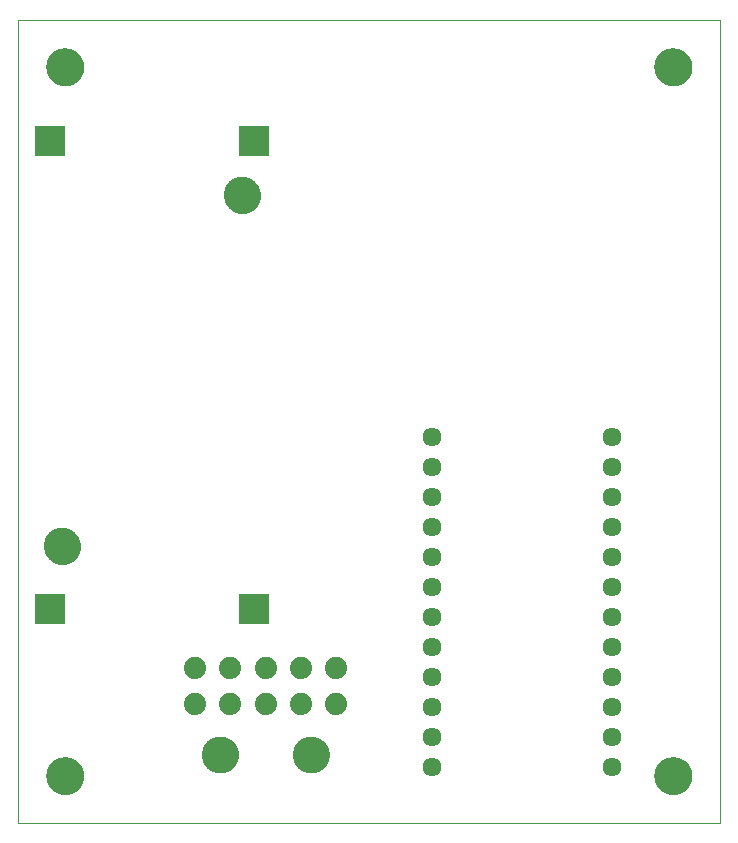
<source format=gbs>
G75*
%MOIN*%
%OFA0B0*%
%FSLAX25Y25*%
%IPPOS*%
%LPD*%
%AMOC8*
5,1,8,0,0,1.08239X$1,22.5*
%
%ADD10C,0.00000*%
%ADD11C,0.12605*%
%ADD12C,0.07400*%
%ADD13C,0.12211*%
%ADD14R,0.10243X0.10243*%
%ADD15C,0.06337*%
D10*
X0001500Y0001500D02*
X0001500Y0269217D01*
X0235752Y0269217D01*
X0235752Y0001500D01*
X0001500Y0001500D01*
X0011146Y0017248D02*
X0011148Y0017404D01*
X0011154Y0017560D01*
X0011164Y0017715D01*
X0011178Y0017870D01*
X0011196Y0018025D01*
X0011218Y0018179D01*
X0011243Y0018333D01*
X0011273Y0018486D01*
X0011307Y0018638D01*
X0011344Y0018790D01*
X0011385Y0018940D01*
X0011430Y0019089D01*
X0011479Y0019237D01*
X0011532Y0019384D01*
X0011588Y0019529D01*
X0011648Y0019673D01*
X0011712Y0019815D01*
X0011780Y0019956D01*
X0011851Y0020094D01*
X0011925Y0020231D01*
X0012003Y0020366D01*
X0012084Y0020499D01*
X0012169Y0020630D01*
X0012257Y0020759D01*
X0012348Y0020885D01*
X0012443Y0021009D01*
X0012540Y0021130D01*
X0012641Y0021249D01*
X0012745Y0021366D01*
X0012851Y0021479D01*
X0012961Y0021590D01*
X0013073Y0021698D01*
X0013188Y0021803D01*
X0013306Y0021906D01*
X0013426Y0022005D01*
X0013549Y0022101D01*
X0013674Y0022194D01*
X0013801Y0022283D01*
X0013931Y0022370D01*
X0014063Y0022453D01*
X0014197Y0022532D01*
X0014333Y0022609D01*
X0014471Y0022681D01*
X0014610Y0022751D01*
X0014752Y0022816D01*
X0014895Y0022878D01*
X0015039Y0022936D01*
X0015185Y0022991D01*
X0015333Y0023042D01*
X0015481Y0023089D01*
X0015631Y0023132D01*
X0015782Y0023171D01*
X0015934Y0023207D01*
X0016086Y0023238D01*
X0016240Y0023266D01*
X0016394Y0023290D01*
X0016548Y0023310D01*
X0016703Y0023326D01*
X0016859Y0023338D01*
X0017014Y0023346D01*
X0017170Y0023350D01*
X0017326Y0023350D01*
X0017482Y0023346D01*
X0017637Y0023338D01*
X0017793Y0023326D01*
X0017948Y0023310D01*
X0018102Y0023290D01*
X0018256Y0023266D01*
X0018410Y0023238D01*
X0018562Y0023207D01*
X0018714Y0023171D01*
X0018865Y0023132D01*
X0019015Y0023089D01*
X0019163Y0023042D01*
X0019311Y0022991D01*
X0019457Y0022936D01*
X0019601Y0022878D01*
X0019744Y0022816D01*
X0019886Y0022751D01*
X0020025Y0022681D01*
X0020163Y0022609D01*
X0020299Y0022532D01*
X0020433Y0022453D01*
X0020565Y0022370D01*
X0020695Y0022283D01*
X0020822Y0022194D01*
X0020947Y0022101D01*
X0021070Y0022005D01*
X0021190Y0021906D01*
X0021308Y0021803D01*
X0021423Y0021698D01*
X0021535Y0021590D01*
X0021645Y0021479D01*
X0021751Y0021366D01*
X0021855Y0021249D01*
X0021956Y0021130D01*
X0022053Y0021009D01*
X0022148Y0020885D01*
X0022239Y0020759D01*
X0022327Y0020630D01*
X0022412Y0020499D01*
X0022493Y0020366D01*
X0022571Y0020231D01*
X0022645Y0020094D01*
X0022716Y0019956D01*
X0022784Y0019815D01*
X0022848Y0019673D01*
X0022908Y0019529D01*
X0022964Y0019384D01*
X0023017Y0019237D01*
X0023066Y0019089D01*
X0023111Y0018940D01*
X0023152Y0018790D01*
X0023189Y0018638D01*
X0023223Y0018486D01*
X0023253Y0018333D01*
X0023278Y0018179D01*
X0023300Y0018025D01*
X0023318Y0017870D01*
X0023332Y0017715D01*
X0023342Y0017560D01*
X0023348Y0017404D01*
X0023350Y0017248D01*
X0023348Y0017092D01*
X0023342Y0016936D01*
X0023332Y0016781D01*
X0023318Y0016626D01*
X0023300Y0016471D01*
X0023278Y0016317D01*
X0023253Y0016163D01*
X0023223Y0016010D01*
X0023189Y0015858D01*
X0023152Y0015706D01*
X0023111Y0015556D01*
X0023066Y0015407D01*
X0023017Y0015259D01*
X0022964Y0015112D01*
X0022908Y0014967D01*
X0022848Y0014823D01*
X0022784Y0014681D01*
X0022716Y0014540D01*
X0022645Y0014402D01*
X0022571Y0014265D01*
X0022493Y0014130D01*
X0022412Y0013997D01*
X0022327Y0013866D01*
X0022239Y0013737D01*
X0022148Y0013611D01*
X0022053Y0013487D01*
X0021956Y0013366D01*
X0021855Y0013247D01*
X0021751Y0013130D01*
X0021645Y0013017D01*
X0021535Y0012906D01*
X0021423Y0012798D01*
X0021308Y0012693D01*
X0021190Y0012590D01*
X0021070Y0012491D01*
X0020947Y0012395D01*
X0020822Y0012302D01*
X0020695Y0012213D01*
X0020565Y0012126D01*
X0020433Y0012043D01*
X0020299Y0011964D01*
X0020163Y0011887D01*
X0020025Y0011815D01*
X0019886Y0011745D01*
X0019744Y0011680D01*
X0019601Y0011618D01*
X0019457Y0011560D01*
X0019311Y0011505D01*
X0019163Y0011454D01*
X0019015Y0011407D01*
X0018865Y0011364D01*
X0018714Y0011325D01*
X0018562Y0011289D01*
X0018410Y0011258D01*
X0018256Y0011230D01*
X0018102Y0011206D01*
X0017948Y0011186D01*
X0017793Y0011170D01*
X0017637Y0011158D01*
X0017482Y0011150D01*
X0017326Y0011146D01*
X0017170Y0011146D01*
X0017014Y0011150D01*
X0016859Y0011158D01*
X0016703Y0011170D01*
X0016548Y0011186D01*
X0016394Y0011206D01*
X0016240Y0011230D01*
X0016086Y0011258D01*
X0015934Y0011289D01*
X0015782Y0011325D01*
X0015631Y0011364D01*
X0015481Y0011407D01*
X0015333Y0011454D01*
X0015185Y0011505D01*
X0015039Y0011560D01*
X0014895Y0011618D01*
X0014752Y0011680D01*
X0014610Y0011745D01*
X0014471Y0011815D01*
X0014333Y0011887D01*
X0014197Y0011964D01*
X0014063Y0012043D01*
X0013931Y0012126D01*
X0013801Y0012213D01*
X0013674Y0012302D01*
X0013549Y0012395D01*
X0013426Y0012491D01*
X0013306Y0012590D01*
X0013188Y0012693D01*
X0013073Y0012798D01*
X0012961Y0012906D01*
X0012851Y0013017D01*
X0012745Y0013130D01*
X0012641Y0013247D01*
X0012540Y0013366D01*
X0012443Y0013487D01*
X0012348Y0013611D01*
X0012257Y0013737D01*
X0012169Y0013866D01*
X0012084Y0013997D01*
X0012003Y0014130D01*
X0011925Y0014265D01*
X0011851Y0014402D01*
X0011780Y0014540D01*
X0011712Y0014681D01*
X0011648Y0014823D01*
X0011588Y0014967D01*
X0011532Y0015112D01*
X0011479Y0015259D01*
X0011430Y0015407D01*
X0011385Y0015556D01*
X0011344Y0015706D01*
X0011307Y0015858D01*
X0011273Y0016010D01*
X0011243Y0016163D01*
X0011218Y0016317D01*
X0011196Y0016471D01*
X0011178Y0016626D01*
X0011164Y0016781D01*
X0011154Y0016936D01*
X0011148Y0017092D01*
X0011146Y0017248D01*
X0063153Y0024256D02*
X0063155Y0024409D01*
X0063161Y0024563D01*
X0063171Y0024716D01*
X0063185Y0024868D01*
X0063203Y0025021D01*
X0063225Y0025172D01*
X0063250Y0025323D01*
X0063280Y0025474D01*
X0063314Y0025624D01*
X0063351Y0025772D01*
X0063392Y0025920D01*
X0063437Y0026066D01*
X0063486Y0026212D01*
X0063539Y0026356D01*
X0063595Y0026498D01*
X0063655Y0026639D01*
X0063719Y0026779D01*
X0063786Y0026917D01*
X0063857Y0027053D01*
X0063932Y0027187D01*
X0064009Y0027319D01*
X0064091Y0027449D01*
X0064175Y0027577D01*
X0064263Y0027703D01*
X0064354Y0027826D01*
X0064448Y0027947D01*
X0064546Y0028065D01*
X0064646Y0028181D01*
X0064750Y0028294D01*
X0064856Y0028405D01*
X0064965Y0028513D01*
X0065077Y0028618D01*
X0065191Y0028719D01*
X0065309Y0028818D01*
X0065428Y0028914D01*
X0065550Y0029007D01*
X0065675Y0029096D01*
X0065802Y0029183D01*
X0065931Y0029265D01*
X0066062Y0029345D01*
X0066195Y0029421D01*
X0066330Y0029494D01*
X0066467Y0029563D01*
X0066606Y0029628D01*
X0066746Y0029690D01*
X0066888Y0029748D01*
X0067031Y0029803D01*
X0067176Y0029854D01*
X0067322Y0029901D01*
X0067469Y0029944D01*
X0067617Y0029983D01*
X0067766Y0030019D01*
X0067916Y0030050D01*
X0068067Y0030078D01*
X0068218Y0030102D01*
X0068371Y0030122D01*
X0068523Y0030138D01*
X0068676Y0030150D01*
X0068829Y0030158D01*
X0068982Y0030162D01*
X0069136Y0030162D01*
X0069289Y0030158D01*
X0069442Y0030150D01*
X0069595Y0030138D01*
X0069747Y0030122D01*
X0069900Y0030102D01*
X0070051Y0030078D01*
X0070202Y0030050D01*
X0070352Y0030019D01*
X0070501Y0029983D01*
X0070649Y0029944D01*
X0070796Y0029901D01*
X0070942Y0029854D01*
X0071087Y0029803D01*
X0071230Y0029748D01*
X0071372Y0029690D01*
X0071512Y0029628D01*
X0071651Y0029563D01*
X0071788Y0029494D01*
X0071923Y0029421D01*
X0072056Y0029345D01*
X0072187Y0029265D01*
X0072316Y0029183D01*
X0072443Y0029096D01*
X0072568Y0029007D01*
X0072690Y0028914D01*
X0072809Y0028818D01*
X0072927Y0028719D01*
X0073041Y0028618D01*
X0073153Y0028513D01*
X0073262Y0028405D01*
X0073368Y0028294D01*
X0073472Y0028181D01*
X0073572Y0028065D01*
X0073670Y0027947D01*
X0073764Y0027826D01*
X0073855Y0027703D01*
X0073943Y0027577D01*
X0074027Y0027449D01*
X0074109Y0027319D01*
X0074186Y0027187D01*
X0074261Y0027053D01*
X0074332Y0026917D01*
X0074399Y0026779D01*
X0074463Y0026639D01*
X0074523Y0026498D01*
X0074579Y0026356D01*
X0074632Y0026212D01*
X0074681Y0026066D01*
X0074726Y0025920D01*
X0074767Y0025772D01*
X0074804Y0025624D01*
X0074838Y0025474D01*
X0074868Y0025323D01*
X0074893Y0025172D01*
X0074915Y0025021D01*
X0074933Y0024868D01*
X0074947Y0024716D01*
X0074957Y0024563D01*
X0074963Y0024409D01*
X0074965Y0024256D01*
X0074963Y0024103D01*
X0074957Y0023949D01*
X0074947Y0023796D01*
X0074933Y0023644D01*
X0074915Y0023491D01*
X0074893Y0023340D01*
X0074868Y0023189D01*
X0074838Y0023038D01*
X0074804Y0022888D01*
X0074767Y0022740D01*
X0074726Y0022592D01*
X0074681Y0022446D01*
X0074632Y0022300D01*
X0074579Y0022156D01*
X0074523Y0022014D01*
X0074463Y0021873D01*
X0074399Y0021733D01*
X0074332Y0021595D01*
X0074261Y0021459D01*
X0074186Y0021325D01*
X0074109Y0021193D01*
X0074027Y0021063D01*
X0073943Y0020935D01*
X0073855Y0020809D01*
X0073764Y0020686D01*
X0073670Y0020565D01*
X0073572Y0020447D01*
X0073472Y0020331D01*
X0073368Y0020218D01*
X0073262Y0020107D01*
X0073153Y0019999D01*
X0073041Y0019894D01*
X0072927Y0019793D01*
X0072809Y0019694D01*
X0072690Y0019598D01*
X0072568Y0019505D01*
X0072443Y0019416D01*
X0072316Y0019329D01*
X0072187Y0019247D01*
X0072056Y0019167D01*
X0071923Y0019091D01*
X0071788Y0019018D01*
X0071651Y0018949D01*
X0071512Y0018884D01*
X0071372Y0018822D01*
X0071230Y0018764D01*
X0071087Y0018709D01*
X0070942Y0018658D01*
X0070796Y0018611D01*
X0070649Y0018568D01*
X0070501Y0018529D01*
X0070352Y0018493D01*
X0070202Y0018462D01*
X0070051Y0018434D01*
X0069900Y0018410D01*
X0069747Y0018390D01*
X0069595Y0018374D01*
X0069442Y0018362D01*
X0069289Y0018354D01*
X0069136Y0018350D01*
X0068982Y0018350D01*
X0068829Y0018354D01*
X0068676Y0018362D01*
X0068523Y0018374D01*
X0068371Y0018390D01*
X0068218Y0018410D01*
X0068067Y0018434D01*
X0067916Y0018462D01*
X0067766Y0018493D01*
X0067617Y0018529D01*
X0067469Y0018568D01*
X0067322Y0018611D01*
X0067176Y0018658D01*
X0067031Y0018709D01*
X0066888Y0018764D01*
X0066746Y0018822D01*
X0066606Y0018884D01*
X0066467Y0018949D01*
X0066330Y0019018D01*
X0066195Y0019091D01*
X0066062Y0019167D01*
X0065931Y0019247D01*
X0065802Y0019329D01*
X0065675Y0019416D01*
X0065550Y0019505D01*
X0065428Y0019598D01*
X0065309Y0019694D01*
X0065191Y0019793D01*
X0065077Y0019894D01*
X0064965Y0019999D01*
X0064856Y0020107D01*
X0064750Y0020218D01*
X0064646Y0020331D01*
X0064546Y0020447D01*
X0064448Y0020565D01*
X0064354Y0020686D01*
X0064263Y0020809D01*
X0064175Y0020935D01*
X0064091Y0021063D01*
X0064009Y0021193D01*
X0063932Y0021325D01*
X0063857Y0021459D01*
X0063786Y0021595D01*
X0063719Y0021733D01*
X0063655Y0021873D01*
X0063595Y0022014D01*
X0063539Y0022156D01*
X0063486Y0022300D01*
X0063437Y0022446D01*
X0063392Y0022592D01*
X0063351Y0022740D01*
X0063314Y0022888D01*
X0063280Y0023038D01*
X0063250Y0023189D01*
X0063225Y0023340D01*
X0063203Y0023491D01*
X0063185Y0023644D01*
X0063171Y0023796D01*
X0063161Y0023949D01*
X0063155Y0024103D01*
X0063153Y0024256D01*
X0093389Y0024256D02*
X0093391Y0024409D01*
X0093397Y0024563D01*
X0093407Y0024716D01*
X0093421Y0024868D01*
X0093439Y0025021D01*
X0093461Y0025172D01*
X0093486Y0025323D01*
X0093516Y0025474D01*
X0093550Y0025624D01*
X0093587Y0025772D01*
X0093628Y0025920D01*
X0093673Y0026066D01*
X0093722Y0026212D01*
X0093775Y0026356D01*
X0093831Y0026498D01*
X0093891Y0026639D01*
X0093955Y0026779D01*
X0094022Y0026917D01*
X0094093Y0027053D01*
X0094168Y0027187D01*
X0094245Y0027319D01*
X0094327Y0027449D01*
X0094411Y0027577D01*
X0094499Y0027703D01*
X0094590Y0027826D01*
X0094684Y0027947D01*
X0094782Y0028065D01*
X0094882Y0028181D01*
X0094986Y0028294D01*
X0095092Y0028405D01*
X0095201Y0028513D01*
X0095313Y0028618D01*
X0095427Y0028719D01*
X0095545Y0028818D01*
X0095664Y0028914D01*
X0095786Y0029007D01*
X0095911Y0029096D01*
X0096038Y0029183D01*
X0096167Y0029265D01*
X0096298Y0029345D01*
X0096431Y0029421D01*
X0096566Y0029494D01*
X0096703Y0029563D01*
X0096842Y0029628D01*
X0096982Y0029690D01*
X0097124Y0029748D01*
X0097267Y0029803D01*
X0097412Y0029854D01*
X0097558Y0029901D01*
X0097705Y0029944D01*
X0097853Y0029983D01*
X0098002Y0030019D01*
X0098152Y0030050D01*
X0098303Y0030078D01*
X0098454Y0030102D01*
X0098607Y0030122D01*
X0098759Y0030138D01*
X0098912Y0030150D01*
X0099065Y0030158D01*
X0099218Y0030162D01*
X0099372Y0030162D01*
X0099525Y0030158D01*
X0099678Y0030150D01*
X0099831Y0030138D01*
X0099983Y0030122D01*
X0100136Y0030102D01*
X0100287Y0030078D01*
X0100438Y0030050D01*
X0100588Y0030019D01*
X0100737Y0029983D01*
X0100885Y0029944D01*
X0101032Y0029901D01*
X0101178Y0029854D01*
X0101323Y0029803D01*
X0101466Y0029748D01*
X0101608Y0029690D01*
X0101748Y0029628D01*
X0101887Y0029563D01*
X0102024Y0029494D01*
X0102159Y0029421D01*
X0102292Y0029345D01*
X0102423Y0029265D01*
X0102552Y0029183D01*
X0102679Y0029096D01*
X0102804Y0029007D01*
X0102926Y0028914D01*
X0103045Y0028818D01*
X0103163Y0028719D01*
X0103277Y0028618D01*
X0103389Y0028513D01*
X0103498Y0028405D01*
X0103604Y0028294D01*
X0103708Y0028181D01*
X0103808Y0028065D01*
X0103906Y0027947D01*
X0104000Y0027826D01*
X0104091Y0027703D01*
X0104179Y0027577D01*
X0104263Y0027449D01*
X0104345Y0027319D01*
X0104422Y0027187D01*
X0104497Y0027053D01*
X0104568Y0026917D01*
X0104635Y0026779D01*
X0104699Y0026639D01*
X0104759Y0026498D01*
X0104815Y0026356D01*
X0104868Y0026212D01*
X0104917Y0026066D01*
X0104962Y0025920D01*
X0105003Y0025772D01*
X0105040Y0025624D01*
X0105074Y0025474D01*
X0105104Y0025323D01*
X0105129Y0025172D01*
X0105151Y0025021D01*
X0105169Y0024868D01*
X0105183Y0024716D01*
X0105193Y0024563D01*
X0105199Y0024409D01*
X0105201Y0024256D01*
X0105199Y0024103D01*
X0105193Y0023949D01*
X0105183Y0023796D01*
X0105169Y0023644D01*
X0105151Y0023491D01*
X0105129Y0023340D01*
X0105104Y0023189D01*
X0105074Y0023038D01*
X0105040Y0022888D01*
X0105003Y0022740D01*
X0104962Y0022592D01*
X0104917Y0022446D01*
X0104868Y0022300D01*
X0104815Y0022156D01*
X0104759Y0022014D01*
X0104699Y0021873D01*
X0104635Y0021733D01*
X0104568Y0021595D01*
X0104497Y0021459D01*
X0104422Y0021325D01*
X0104345Y0021193D01*
X0104263Y0021063D01*
X0104179Y0020935D01*
X0104091Y0020809D01*
X0104000Y0020686D01*
X0103906Y0020565D01*
X0103808Y0020447D01*
X0103708Y0020331D01*
X0103604Y0020218D01*
X0103498Y0020107D01*
X0103389Y0019999D01*
X0103277Y0019894D01*
X0103163Y0019793D01*
X0103045Y0019694D01*
X0102926Y0019598D01*
X0102804Y0019505D01*
X0102679Y0019416D01*
X0102552Y0019329D01*
X0102423Y0019247D01*
X0102292Y0019167D01*
X0102159Y0019091D01*
X0102024Y0019018D01*
X0101887Y0018949D01*
X0101748Y0018884D01*
X0101608Y0018822D01*
X0101466Y0018764D01*
X0101323Y0018709D01*
X0101178Y0018658D01*
X0101032Y0018611D01*
X0100885Y0018568D01*
X0100737Y0018529D01*
X0100588Y0018493D01*
X0100438Y0018462D01*
X0100287Y0018434D01*
X0100136Y0018410D01*
X0099983Y0018390D01*
X0099831Y0018374D01*
X0099678Y0018362D01*
X0099525Y0018354D01*
X0099372Y0018350D01*
X0099218Y0018350D01*
X0099065Y0018354D01*
X0098912Y0018362D01*
X0098759Y0018374D01*
X0098607Y0018390D01*
X0098454Y0018410D01*
X0098303Y0018434D01*
X0098152Y0018462D01*
X0098002Y0018493D01*
X0097853Y0018529D01*
X0097705Y0018568D01*
X0097558Y0018611D01*
X0097412Y0018658D01*
X0097267Y0018709D01*
X0097124Y0018764D01*
X0096982Y0018822D01*
X0096842Y0018884D01*
X0096703Y0018949D01*
X0096566Y0019018D01*
X0096431Y0019091D01*
X0096298Y0019167D01*
X0096167Y0019247D01*
X0096038Y0019329D01*
X0095911Y0019416D01*
X0095786Y0019505D01*
X0095664Y0019598D01*
X0095545Y0019694D01*
X0095427Y0019793D01*
X0095313Y0019894D01*
X0095201Y0019999D01*
X0095092Y0020107D01*
X0094986Y0020218D01*
X0094882Y0020331D01*
X0094782Y0020447D01*
X0094684Y0020565D01*
X0094590Y0020686D01*
X0094499Y0020809D01*
X0094411Y0020935D01*
X0094327Y0021063D01*
X0094245Y0021193D01*
X0094168Y0021325D01*
X0094093Y0021459D01*
X0094022Y0021595D01*
X0093955Y0021733D01*
X0093891Y0021873D01*
X0093831Y0022014D01*
X0093775Y0022156D01*
X0093722Y0022300D01*
X0093673Y0022446D01*
X0093628Y0022592D01*
X0093587Y0022740D01*
X0093550Y0022888D01*
X0093516Y0023038D01*
X0093486Y0023189D01*
X0093461Y0023340D01*
X0093439Y0023491D01*
X0093421Y0023644D01*
X0093407Y0023796D01*
X0093397Y0023949D01*
X0093391Y0024103D01*
X0093389Y0024256D01*
X0010476Y0093713D02*
X0010478Y0093866D01*
X0010484Y0094020D01*
X0010494Y0094173D01*
X0010508Y0094325D01*
X0010526Y0094478D01*
X0010548Y0094629D01*
X0010573Y0094780D01*
X0010603Y0094931D01*
X0010637Y0095081D01*
X0010674Y0095229D01*
X0010715Y0095377D01*
X0010760Y0095523D01*
X0010809Y0095669D01*
X0010862Y0095813D01*
X0010918Y0095955D01*
X0010978Y0096096D01*
X0011042Y0096236D01*
X0011109Y0096374D01*
X0011180Y0096510D01*
X0011255Y0096644D01*
X0011332Y0096776D01*
X0011414Y0096906D01*
X0011498Y0097034D01*
X0011586Y0097160D01*
X0011677Y0097283D01*
X0011771Y0097404D01*
X0011869Y0097522D01*
X0011969Y0097638D01*
X0012073Y0097751D01*
X0012179Y0097862D01*
X0012288Y0097970D01*
X0012400Y0098075D01*
X0012514Y0098176D01*
X0012632Y0098275D01*
X0012751Y0098371D01*
X0012873Y0098464D01*
X0012998Y0098553D01*
X0013125Y0098640D01*
X0013254Y0098722D01*
X0013385Y0098802D01*
X0013518Y0098878D01*
X0013653Y0098951D01*
X0013790Y0099020D01*
X0013929Y0099085D01*
X0014069Y0099147D01*
X0014211Y0099205D01*
X0014354Y0099260D01*
X0014499Y0099311D01*
X0014645Y0099358D01*
X0014792Y0099401D01*
X0014940Y0099440D01*
X0015089Y0099476D01*
X0015239Y0099507D01*
X0015390Y0099535D01*
X0015541Y0099559D01*
X0015694Y0099579D01*
X0015846Y0099595D01*
X0015999Y0099607D01*
X0016152Y0099615D01*
X0016305Y0099619D01*
X0016459Y0099619D01*
X0016612Y0099615D01*
X0016765Y0099607D01*
X0016918Y0099595D01*
X0017070Y0099579D01*
X0017223Y0099559D01*
X0017374Y0099535D01*
X0017525Y0099507D01*
X0017675Y0099476D01*
X0017824Y0099440D01*
X0017972Y0099401D01*
X0018119Y0099358D01*
X0018265Y0099311D01*
X0018410Y0099260D01*
X0018553Y0099205D01*
X0018695Y0099147D01*
X0018835Y0099085D01*
X0018974Y0099020D01*
X0019111Y0098951D01*
X0019246Y0098878D01*
X0019379Y0098802D01*
X0019510Y0098722D01*
X0019639Y0098640D01*
X0019766Y0098553D01*
X0019891Y0098464D01*
X0020013Y0098371D01*
X0020132Y0098275D01*
X0020250Y0098176D01*
X0020364Y0098075D01*
X0020476Y0097970D01*
X0020585Y0097862D01*
X0020691Y0097751D01*
X0020795Y0097638D01*
X0020895Y0097522D01*
X0020993Y0097404D01*
X0021087Y0097283D01*
X0021178Y0097160D01*
X0021266Y0097034D01*
X0021350Y0096906D01*
X0021432Y0096776D01*
X0021509Y0096644D01*
X0021584Y0096510D01*
X0021655Y0096374D01*
X0021722Y0096236D01*
X0021786Y0096096D01*
X0021846Y0095955D01*
X0021902Y0095813D01*
X0021955Y0095669D01*
X0022004Y0095523D01*
X0022049Y0095377D01*
X0022090Y0095229D01*
X0022127Y0095081D01*
X0022161Y0094931D01*
X0022191Y0094780D01*
X0022216Y0094629D01*
X0022238Y0094478D01*
X0022256Y0094325D01*
X0022270Y0094173D01*
X0022280Y0094020D01*
X0022286Y0093866D01*
X0022288Y0093713D01*
X0022286Y0093560D01*
X0022280Y0093406D01*
X0022270Y0093253D01*
X0022256Y0093101D01*
X0022238Y0092948D01*
X0022216Y0092797D01*
X0022191Y0092646D01*
X0022161Y0092495D01*
X0022127Y0092345D01*
X0022090Y0092197D01*
X0022049Y0092049D01*
X0022004Y0091903D01*
X0021955Y0091757D01*
X0021902Y0091613D01*
X0021846Y0091471D01*
X0021786Y0091330D01*
X0021722Y0091190D01*
X0021655Y0091052D01*
X0021584Y0090916D01*
X0021509Y0090782D01*
X0021432Y0090650D01*
X0021350Y0090520D01*
X0021266Y0090392D01*
X0021178Y0090266D01*
X0021087Y0090143D01*
X0020993Y0090022D01*
X0020895Y0089904D01*
X0020795Y0089788D01*
X0020691Y0089675D01*
X0020585Y0089564D01*
X0020476Y0089456D01*
X0020364Y0089351D01*
X0020250Y0089250D01*
X0020132Y0089151D01*
X0020013Y0089055D01*
X0019891Y0088962D01*
X0019766Y0088873D01*
X0019639Y0088786D01*
X0019510Y0088704D01*
X0019379Y0088624D01*
X0019246Y0088548D01*
X0019111Y0088475D01*
X0018974Y0088406D01*
X0018835Y0088341D01*
X0018695Y0088279D01*
X0018553Y0088221D01*
X0018410Y0088166D01*
X0018265Y0088115D01*
X0018119Y0088068D01*
X0017972Y0088025D01*
X0017824Y0087986D01*
X0017675Y0087950D01*
X0017525Y0087919D01*
X0017374Y0087891D01*
X0017223Y0087867D01*
X0017070Y0087847D01*
X0016918Y0087831D01*
X0016765Y0087819D01*
X0016612Y0087811D01*
X0016459Y0087807D01*
X0016305Y0087807D01*
X0016152Y0087811D01*
X0015999Y0087819D01*
X0015846Y0087831D01*
X0015694Y0087847D01*
X0015541Y0087867D01*
X0015390Y0087891D01*
X0015239Y0087919D01*
X0015089Y0087950D01*
X0014940Y0087986D01*
X0014792Y0088025D01*
X0014645Y0088068D01*
X0014499Y0088115D01*
X0014354Y0088166D01*
X0014211Y0088221D01*
X0014069Y0088279D01*
X0013929Y0088341D01*
X0013790Y0088406D01*
X0013653Y0088475D01*
X0013518Y0088548D01*
X0013385Y0088624D01*
X0013254Y0088704D01*
X0013125Y0088786D01*
X0012998Y0088873D01*
X0012873Y0088962D01*
X0012751Y0089055D01*
X0012632Y0089151D01*
X0012514Y0089250D01*
X0012400Y0089351D01*
X0012288Y0089456D01*
X0012179Y0089564D01*
X0012073Y0089675D01*
X0011969Y0089788D01*
X0011869Y0089904D01*
X0011771Y0090022D01*
X0011677Y0090143D01*
X0011586Y0090266D01*
X0011498Y0090392D01*
X0011414Y0090520D01*
X0011332Y0090650D01*
X0011255Y0090782D01*
X0011180Y0090916D01*
X0011109Y0091052D01*
X0011042Y0091190D01*
X0010978Y0091330D01*
X0010918Y0091471D01*
X0010862Y0091613D01*
X0010809Y0091757D01*
X0010760Y0091903D01*
X0010715Y0092049D01*
X0010674Y0092197D01*
X0010637Y0092345D01*
X0010603Y0092495D01*
X0010573Y0092646D01*
X0010548Y0092797D01*
X0010526Y0092948D01*
X0010508Y0093101D01*
X0010494Y0093253D01*
X0010484Y0093406D01*
X0010478Y0093560D01*
X0010476Y0093713D01*
X0070476Y0210713D02*
X0070478Y0210866D01*
X0070484Y0211020D01*
X0070494Y0211173D01*
X0070508Y0211325D01*
X0070526Y0211478D01*
X0070548Y0211629D01*
X0070573Y0211780D01*
X0070603Y0211931D01*
X0070637Y0212081D01*
X0070674Y0212229D01*
X0070715Y0212377D01*
X0070760Y0212523D01*
X0070809Y0212669D01*
X0070862Y0212813D01*
X0070918Y0212955D01*
X0070978Y0213096D01*
X0071042Y0213236D01*
X0071109Y0213374D01*
X0071180Y0213510D01*
X0071255Y0213644D01*
X0071332Y0213776D01*
X0071414Y0213906D01*
X0071498Y0214034D01*
X0071586Y0214160D01*
X0071677Y0214283D01*
X0071771Y0214404D01*
X0071869Y0214522D01*
X0071969Y0214638D01*
X0072073Y0214751D01*
X0072179Y0214862D01*
X0072288Y0214970D01*
X0072400Y0215075D01*
X0072514Y0215176D01*
X0072632Y0215275D01*
X0072751Y0215371D01*
X0072873Y0215464D01*
X0072998Y0215553D01*
X0073125Y0215640D01*
X0073254Y0215722D01*
X0073385Y0215802D01*
X0073518Y0215878D01*
X0073653Y0215951D01*
X0073790Y0216020D01*
X0073929Y0216085D01*
X0074069Y0216147D01*
X0074211Y0216205D01*
X0074354Y0216260D01*
X0074499Y0216311D01*
X0074645Y0216358D01*
X0074792Y0216401D01*
X0074940Y0216440D01*
X0075089Y0216476D01*
X0075239Y0216507D01*
X0075390Y0216535D01*
X0075541Y0216559D01*
X0075694Y0216579D01*
X0075846Y0216595D01*
X0075999Y0216607D01*
X0076152Y0216615D01*
X0076305Y0216619D01*
X0076459Y0216619D01*
X0076612Y0216615D01*
X0076765Y0216607D01*
X0076918Y0216595D01*
X0077070Y0216579D01*
X0077223Y0216559D01*
X0077374Y0216535D01*
X0077525Y0216507D01*
X0077675Y0216476D01*
X0077824Y0216440D01*
X0077972Y0216401D01*
X0078119Y0216358D01*
X0078265Y0216311D01*
X0078410Y0216260D01*
X0078553Y0216205D01*
X0078695Y0216147D01*
X0078835Y0216085D01*
X0078974Y0216020D01*
X0079111Y0215951D01*
X0079246Y0215878D01*
X0079379Y0215802D01*
X0079510Y0215722D01*
X0079639Y0215640D01*
X0079766Y0215553D01*
X0079891Y0215464D01*
X0080013Y0215371D01*
X0080132Y0215275D01*
X0080250Y0215176D01*
X0080364Y0215075D01*
X0080476Y0214970D01*
X0080585Y0214862D01*
X0080691Y0214751D01*
X0080795Y0214638D01*
X0080895Y0214522D01*
X0080993Y0214404D01*
X0081087Y0214283D01*
X0081178Y0214160D01*
X0081266Y0214034D01*
X0081350Y0213906D01*
X0081432Y0213776D01*
X0081509Y0213644D01*
X0081584Y0213510D01*
X0081655Y0213374D01*
X0081722Y0213236D01*
X0081786Y0213096D01*
X0081846Y0212955D01*
X0081902Y0212813D01*
X0081955Y0212669D01*
X0082004Y0212523D01*
X0082049Y0212377D01*
X0082090Y0212229D01*
X0082127Y0212081D01*
X0082161Y0211931D01*
X0082191Y0211780D01*
X0082216Y0211629D01*
X0082238Y0211478D01*
X0082256Y0211325D01*
X0082270Y0211173D01*
X0082280Y0211020D01*
X0082286Y0210866D01*
X0082288Y0210713D01*
X0082286Y0210560D01*
X0082280Y0210406D01*
X0082270Y0210253D01*
X0082256Y0210101D01*
X0082238Y0209948D01*
X0082216Y0209797D01*
X0082191Y0209646D01*
X0082161Y0209495D01*
X0082127Y0209345D01*
X0082090Y0209197D01*
X0082049Y0209049D01*
X0082004Y0208903D01*
X0081955Y0208757D01*
X0081902Y0208613D01*
X0081846Y0208471D01*
X0081786Y0208330D01*
X0081722Y0208190D01*
X0081655Y0208052D01*
X0081584Y0207916D01*
X0081509Y0207782D01*
X0081432Y0207650D01*
X0081350Y0207520D01*
X0081266Y0207392D01*
X0081178Y0207266D01*
X0081087Y0207143D01*
X0080993Y0207022D01*
X0080895Y0206904D01*
X0080795Y0206788D01*
X0080691Y0206675D01*
X0080585Y0206564D01*
X0080476Y0206456D01*
X0080364Y0206351D01*
X0080250Y0206250D01*
X0080132Y0206151D01*
X0080013Y0206055D01*
X0079891Y0205962D01*
X0079766Y0205873D01*
X0079639Y0205786D01*
X0079510Y0205704D01*
X0079379Y0205624D01*
X0079246Y0205548D01*
X0079111Y0205475D01*
X0078974Y0205406D01*
X0078835Y0205341D01*
X0078695Y0205279D01*
X0078553Y0205221D01*
X0078410Y0205166D01*
X0078265Y0205115D01*
X0078119Y0205068D01*
X0077972Y0205025D01*
X0077824Y0204986D01*
X0077675Y0204950D01*
X0077525Y0204919D01*
X0077374Y0204891D01*
X0077223Y0204867D01*
X0077070Y0204847D01*
X0076918Y0204831D01*
X0076765Y0204819D01*
X0076612Y0204811D01*
X0076459Y0204807D01*
X0076305Y0204807D01*
X0076152Y0204811D01*
X0075999Y0204819D01*
X0075846Y0204831D01*
X0075694Y0204847D01*
X0075541Y0204867D01*
X0075390Y0204891D01*
X0075239Y0204919D01*
X0075089Y0204950D01*
X0074940Y0204986D01*
X0074792Y0205025D01*
X0074645Y0205068D01*
X0074499Y0205115D01*
X0074354Y0205166D01*
X0074211Y0205221D01*
X0074069Y0205279D01*
X0073929Y0205341D01*
X0073790Y0205406D01*
X0073653Y0205475D01*
X0073518Y0205548D01*
X0073385Y0205624D01*
X0073254Y0205704D01*
X0073125Y0205786D01*
X0072998Y0205873D01*
X0072873Y0205962D01*
X0072751Y0206055D01*
X0072632Y0206151D01*
X0072514Y0206250D01*
X0072400Y0206351D01*
X0072288Y0206456D01*
X0072179Y0206564D01*
X0072073Y0206675D01*
X0071969Y0206788D01*
X0071869Y0206904D01*
X0071771Y0207022D01*
X0071677Y0207143D01*
X0071586Y0207266D01*
X0071498Y0207392D01*
X0071414Y0207520D01*
X0071332Y0207650D01*
X0071255Y0207782D01*
X0071180Y0207916D01*
X0071109Y0208052D01*
X0071042Y0208190D01*
X0070978Y0208330D01*
X0070918Y0208471D01*
X0070862Y0208613D01*
X0070809Y0208757D01*
X0070760Y0208903D01*
X0070715Y0209049D01*
X0070674Y0209197D01*
X0070637Y0209345D01*
X0070603Y0209495D01*
X0070573Y0209646D01*
X0070548Y0209797D01*
X0070526Y0209948D01*
X0070508Y0210101D01*
X0070494Y0210253D01*
X0070484Y0210406D01*
X0070478Y0210560D01*
X0070476Y0210713D01*
X0011146Y0253469D02*
X0011148Y0253625D01*
X0011154Y0253781D01*
X0011164Y0253936D01*
X0011178Y0254091D01*
X0011196Y0254246D01*
X0011218Y0254400D01*
X0011243Y0254554D01*
X0011273Y0254707D01*
X0011307Y0254859D01*
X0011344Y0255011D01*
X0011385Y0255161D01*
X0011430Y0255310D01*
X0011479Y0255458D01*
X0011532Y0255605D01*
X0011588Y0255750D01*
X0011648Y0255894D01*
X0011712Y0256036D01*
X0011780Y0256177D01*
X0011851Y0256315D01*
X0011925Y0256452D01*
X0012003Y0256587D01*
X0012084Y0256720D01*
X0012169Y0256851D01*
X0012257Y0256980D01*
X0012348Y0257106D01*
X0012443Y0257230D01*
X0012540Y0257351D01*
X0012641Y0257470D01*
X0012745Y0257587D01*
X0012851Y0257700D01*
X0012961Y0257811D01*
X0013073Y0257919D01*
X0013188Y0258024D01*
X0013306Y0258127D01*
X0013426Y0258226D01*
X0013549Y0258322D01*
X0013674Y0258415D01*
X0013801Y0258504D01*
X0013931Y0258591D01*
X0014063Y0258674D01*
X0014197Y0258753D01*
X0014333Y0258830D01*
X0014471Y0258902D01*
X0014610Y0258972D01*
X0014752Y0259037D01*
X0014895Y0259099D01*
X0015039Y0259157D01*
X0015185Y0259212D01*
X0015333Y0259263D01*
X0015481Y0259310D01*
X0015631Y0259353D01*
X0015782Y0259392D01*
X0015934Y0259428D01*
X0016086Y0259459D01*
X0016240Y0259487D01*
X0016394Y0259511D01*
X0016548Y0259531D01*
X0016703Y0259547D01*
X0016859Y0259559D01*
X0017014Y0259567D01*
X0017170Y0259571D01*
X0017326Y0259571D01*
X0017482Y0259567D01*
X0017637Y0259559D01*
X0017793Y0259547D01*
X0017948Y0259531D01*
X0018102Y0259511D01*
X0018256Y0259487D01*
X0018410Y0259459D01*
X0018562Y0259428D01*
X0018714Y0259392D01*
X0018865Y0259353D01*
X0019015Y0259310D01*
X0019163Y0259263D01*
X0019311Y0259212D01*
X0019457Y0259157D01*
X0019601Y0259099D01*
X0019744Y0259037D01*
X0019886Y0258972D01*
X0020025Y0258902D01*
X0020163Y0258830D01*
X0020299Y0258753D01*
X0020433Y0258674D01*
X0020565Y0258591D01*
X0020695Y0258504D01*
X0020822Y0258415D01*
X0020947Y0258322D01*
X0021070Y0258226D01*
X0021190Y0258127D01*
X0021308Y0258024D01*
X0021423Y0257919D01*
X0021535Y0257811D01*
X0021645Y0257700D01*
X0021751Y0257587D01*
X0021855Y0257470D01*
X0021956Y0257351D01*
X0022053Y0257230D01*
X0022148Y0257106D01*
X0022239Y0256980D01*
X0022327Y0256851D01*
X0022412Y0256720D01*
X0022493Y0256587D01*
X0022571Y0256452D01*
X0022645Y0256315D01*
X0022716Y0256177D01*
X0022784Y0256036D01*
X0022848Y0255894D01*
X0022908Y0255750D01*
X0022964Y0255605D01*
X0023017Y0255458D01*
X0023066Y0255310D01*
X0023111Y0255161D01*
X0023152Y0255011D01*
X0023189Y0254859D01*
X0023223Y0254707D01*
X0023253Y0254554D01*
X0023278Y0254400D01*
X0023300Y0254246D01*
X0023318Y0254091D01*
X0023332Y0253936D01*
X0023342Y0253781D01*
X0023348Y0253625D01*
X0023350Y0253469D01*
X0023348Y0253313D01*
X0023342Y0253157D01*
X0023332Y0253002D01*
X0023318Y0252847D01*
X0023300Y0252692D01*
X0023278Y0252538D01*
X0023253Y0252384D01*
X0023223Y0252231D01*
X0023189Y0252079D01*
X0023152Y0251927D01*
X0023111Y0251777D01*
X0023066Y0251628D01*
X0023017Y0251480D01*
X0022964Y0251333D01*
X0022908Y0251188D01*
X0022848Y0251044D01*
X0022784Y0250902D01*
X0022716Y0250761D01*
X0022645Y0250623D01*
X0022571Y0250486D01*
X0022493Y0250351D01*
X0022412Y0250218D01*
X0022327Y0250087D01*
X0022239Y0249958D01*
X0022148Y0249832D01*
X0022053Y0249708D01*
X0021956Y0249587D01*
X0021855Y0249468D01*
X0021751Y0249351D01*
X0021645Y0249238D01*
X0021535Y0249127D01*
X0021423Y0249019D01*
X0021308Y0248914D01*
X0021190Y0248811D01*
X0021070Y0248712D01*
X0020947Y0248616D01*
X0020822Y0248523D01*
X0020695Y0248434D01*
X0020565Y0248347D01*
X0020433Y0248264D01*
X0020299Y0248185D01*
X0020163Y0248108D01*
X0020025Y0248036D01*
X0019886Y0247966D01*
X0019744Y0247901D01*
X0019601Y0247839D01*
X0019457Y0247781D01*
X0019311Y0247726D01*
X0019163Y0247675D01*
X0019015Y0247628D01*
X0018865Y0247585D01*
X0018714Y0247546D01*
X0018562Y0247510D01*
X0018410Y0247479D01*
X0018256Y0247451D01*
X0018102Y0247427D01*
X0017948Y0247407D01*
X0017793Y0247391D01*
X0017637Y0247379D01*
X0017482Y0247371D01*
X0017326Y0247367D01*
X0017170Y0247367D01*
X0017014Y0247371D01*
X0016859Y0247379D01*
X0016703Y0247391D01*
X0016548Y0247407D01*
X0016394Y0247427D01*
X0016240Y0247451D01*
X0016086Y0247479D01*
X0015934Y0247510D01*
X0015782Y0247546D01*
X0015631Y0247585D01*
X0015481Y0247628D01*
X0015333Y0247675D01*
X0015185Y0247726D01*
X0015039Y0247781D01*
X0014895Y0247839D01*
X0014752Y0247901D01*
X0014610Y0247966D01*
X0014471Y0248036D01*
X0014333Y0248108D01*
X0014197Y0248185D01*
X0014063Y0248264D01*
X0013931Y0248347D01*
X0013801Y0248434D01*
X0013674Y0248523D01*
X0013549Y0248616D01*
X0013426Y0248712D01*
X0013306Y0248811D01*
X0013188Y0248914D01*
X0013073Y0249019D01*
X0012961Y0249127D01*
X0012851Y0249238D01*
X0012745Y0249351D01*
X0012641Y0249468D01*
X0012540Y0249587D01*
X0012443Y0249708D01*
X0012348Y0249832D01*
X0012257Y0249958D01*
X0012169Y0250087D01*
X0012084Y0250218D01*
X0012003Y0250351D01*
X0011925Y0250486D01*
X0011851Y0250623D01*
X0011780Y0250761D01*
X0011712Y0250902D01*
X0011648Y0251044D01*
X0011588Y0251188D01*
X0011532Y0251333D01*
X0011479Y0251480D01*
X0011430Y0251628D01*
X0011385Y0251777D01*
X0011344Y0251927D01*
X0011307Y0252079D01*
X0011273Y0252231D01*
X0011243Y0252384D01*
X0011218Y0252538D01*
X0011196Y0252692D01*
X0011178Y0252847D01*
X0011164Y0253002D01*
X0011154Y0253157D01*
X0011148Y0253313D01*
X0011146Y0253469D01*
X0213902Y0253469D02*
X0213904Y0253625D01*
X0213910Y0253781D01*
X0213920Y0253936D01*
X0213934Y0254091D01*
X0213952Y0254246D01*
X0213974Y0254400D01*
X0213999Y0254554D01*
X0214029Y0254707D01*
X0214063Y0254859D01*
X0214100Y0255011D01*
X0214141Y0255161D01*
X0214186Y0255310D01*
X0214235Y0255458D01*
X0214288Y0255605D01*
X0214344Y0255750D01*
X0214404Y0255894D01*
X0214468Y0256036D01*
X0214536Y0256177D01*
X0214607Y0256315D01*
X0214681Y0256452D01*
X0214759Y0256587D01*
X0214840Y0256720D01*
X0214925Y0256851D01*
X0215013Y0256980D01*
X0215104Y0257106D01*
X0215199Y0257230D01*
X0215296Y0257351D01*
X0215397Y0257470D01*
X0215501Y0257587D01*
X0215607Y0257700D01*
X0215717Y0257811D01*
X0215829Y0257919D01*
X0215944Y0258024D01*
X0216062Y0258127D01*
X0216182Y0258226D01*
X0216305Y0258322D01*
X0216430Y0258415D01*
X0216557Y0258504D01*
X0216687Y0258591D01*
X0216819Y0258674D01*
X0216953Y0258753D01*
X0217089Y0258830D01*
X0217227Y0258902D01*
X0217366Y0258972D01*
X0217508Y0259037D01*
X0217651Y0259099D01*
X0217795Y0259157D01*
X0217941Y0259212D01*
X0218089Y0259263D01*
X0218237Y0259310D01*
X0218387Y0259353D01*
X0218538Y0259392D01*
X0218690Y0259428D01*
X0218842Y0259459D01*
X0218996Y0259487D01*
X0219150Y0259511D01*
X0219304Y0259531D01*
X0219459Y0259547D01*
X0219615Y0259559D01*
X0219770Y0259567D01*
X0219926Y0259571D01*
X0220082Y0259571D01*
X0220238Y0259567D01*
X0220393Y0259559D01*
X0220549Y0259547D01*
X0220704Y0259531D01*
X0220858Y0259511D01*
X0221012Y0259487D01*
X0221166Y0259459D01*
X0221318Y0259428D01*
X0221470Y0259392D01*
X0221621Y0259353D01*
X0221771Y0259310D01*
X0221919Y0259263D01*
X0222067Y0259212D01*
X0222213Y0259157D01*
X0222357Y0259099D01*
X0222500Y0259037D01*
X0222642Y0258972D01*
X0222781Y0258902D01*
X0222919Y0258830D01*
X0223055Y0258753D01*
X0223189Y0258674D01*
X0223321Y0258591D01*
X0223451Y0258504D01*
X0223578Y0258415D01*
X0223703Y0258322D01*
X0223826Y0258226D01*
X0223946Y0258127D01*
X0224064Y0258024D01*
X0224179Y0257919D01*
X0224291Y0257811D01*
X0224401Y0257700D01*
X0224507Y0257587D01*
X0224611Y0257470D01*
X0224712Y0257351D01*
X0224809Y0257230D01*
X0224904Y0257106D01*
X0224995Y0256980D01*
X0225083Y0256851D01*
X0225168Y0256720D01*
X0225249Y0256587D01*
X0225327Y0256452D01*
X0225401Y0256315D01*
X0225472Y0256177D01*
X0225540Y0256036D01*
X0225604Y0255894D01*
X0225664Y0255750D01*
X0225720Y0255605D01*
X0225773Y0255458D01*
X0225822Y0255310D01*
X0225867Y0255161D01*
X0225908Y0255011D01*
X0225945Y0254859D01*
X0225979Y0254707D01*
X0226009Y0254554D01*
X0226034Y0254400D01*
X0226056Y0254246D01*
X0226074Y0254091D01*
X0226088Y0253936D01*
X0226098Y0253781D01*
X0226104Y0253625D01*
X0226106Y0253469D01*
X0226104Y0253313D01*
X0226098Y0253157D01*
X0226088Y0253002D01*
X0226074Y0252847D01*
X0226056Y0252692D01*
X0226034Y0252538D01*
X0226009Y0252384D01*
X0225979Y0252231D01*
X0225945Y0252079D01*
X0225908Y0251927D01*
X0225867Y0251777D01*
X0225822Y0251628D01*
X0225773Y0251480D01*
X0225720Y0251333D01*
X0225664Y0251188D01*
X0225604Y0251044D01*
X0225540Y0250902D01*
X0225472Y0250761D01*
X0225401Y0250623D01*
X0225327Y0250486D01*
X0225249Y0250351D01*
X0225168Y0250218D01*
X0225083Y0250087D01*
X0224995Y0249958D01*
X0224904Y0249832D01*
X0224809Y0249708D01*
X0224712Y0249587D01*
X0224611Y0249468D01*
X0224507Y0249351D01*
X0224401Y0249238D01*
X0224291Y0249127D01*
X0224179Y0249019D01*
X0224064Y0248914D01*
X0223946Y0248811D01*
X0223826Y0248712D01*
X0223703Y0248616D01*
X0223578Y0248523D01*
X0223451Y0248434D01*
X0223321Y0248347D01*
X0223189Y0248264D01*
X0223055Y0248185D01*
X0222919Y0248108D01*
X0222781Y0248036D01*
X0222642Y0247966D01*
X0222500Y0247901D01*
X0222357Y0247839D01*
X0222213Y0247781D01*
X0222067Y0247726D01*
X0221919Y0247675D01*
X0221771Y0247628D01*
X0221621Y0247585D01*
X0221470Y0247546D01*
X0221318Y0247510D01*
X0221166Y0247479D01*
X0221012Y0247451D01*
X0220858Y0247427D01*
X0220704Y0247407D01*
X0220549Y0247391D01*
X0220393Y0247379D01*
X0220238Y0247371D01*
X0220082Y0247367D01*
X0219926Y0247367D01*
X0219770Y0247371D01*
X0219615Y0247379D01*
X0219459Y0247391D01*
X0219304Y0247407D01*
X0219150Y0247427D01*
X0218996Y0247451D01*
X0218842Y0247479D01*
X0218690Y0247510D01*
X0218538Y0247546D01*
X0218387Y0247585D01*
X0218237Y0247628D01*
X0218089Y0247675D01*
X0217941Y0247726D01*
X0217795Y0247781D01*
X0217651Y0247839D01*
X0217508Y0247901D01*
X0217366Y0247966D01*
X0217227Y0248036D01*
X0217089Y0248108D01*
X0216953Y0248185D01*
X0216819Y0248264D01*
X0216687Y0248347D01*
X0216557Y0248434D01*
X0216430Y0248523D01*
X0216305Y0248616D01*
X0216182Y0248712D01*
X0216062Y0248811D01*
X0215944Y0248914D01*
X0215829Y0249019D01*
X0215717Y0249127D01*
X0215607Y0249238D01*
X0215501Y0249351D01*
X0215397Y0249468D01*
X0215296Y0249587D01*
X0215199Y0249708D01*
X0215104Y0249832D01*
X0215013Y0249958D01*
X0214925Y0250087D01*
X0214840Y0250218D01*
X0214759Y0250351D01*
X0214681Y0250486D01*
X0214607Y0250623D01*
X0214536Y0250761D01*
X0214468Y0250902D01*
X0214404Y0251044D01*
X0214344Y0251188D01*
X0214288Y0251333D01*
X0214235Y0251480D01*
X0214186Y0251628D01*
X0214141Y0251777D01*
X0214100Y0251927D01*
X0214063Y0252079D01*
X0214029Y0252231D01*
X0213999Y0252384D01*
X0213974Y0252538D01*
X0213952Y0252692D01*
X0213934Y0252847D01*
X0213920Y0253002D01*
X0213910Y0253157D01*
X0213904Y0253313D01*
X0213902Y0253469D01*
X0213902Y0017248D02*
X0213904Y0017404D01*
X0213910Y0017560D01*
X0213920Y0017715D01*
X0213934Y0017870D01*
X0213952Y0018025D01*
X0213974Y0018179D01*
X0213999Y0018333D01*
X0214029Y0018486D01*
X0214063Y0018638D01*
X0214100Y0018790D01*
X0214141Y0018940D01*
X0214186Y0019089D01*
X0214235Y0019237D01*
X0214288Y0019384D01*
X0214344Y0019529D01*
X0214404Y0019673D01*
X0214468Y0019815D01*
X0214536Y0019956D01*
X0214607Y0020094D01*
X0214681Y0020231D01*
X0214759Y0020366D01*
X0214840Y0020499D01*
X0214925Y0020630D01*
X0215013Y0020759D01*
X0215104Y0020885D01*
X0215199Y0021009D01*
X0215296Y0021130D01*
X0215397Y0021249D01*
X0215501Y0021366D01*
X0215607Y0021479D01*
X0215717Y0021590D01*
X0215829Y0021698D01*
X0215944Y0021803D01*
X0216062Y0021906D01*
X0216182Y0022005D01*
X0216305Y0022101D01*
X0216430Y0022194D01*
X0216557Y0022283D01*
X0216687Y0022370D01*
X0216819Y0022453D01*
X0216953Y0022532D01*
X0217089Y0022609D01*
X0217227Y0022681D01*
X0217366Y0022751D01*
X0217508Y0022816D01*
X0217651Y0022878D01*
X0217795Y0022936D01*
X0217941Y0022991D01*
X0218089Y0023042D01*
X0218237Y0023089D01*
X0218387Y0023132D01*
X0218538Y0023171D01*
X0218690Y0023207D01*
X0218842Y0023238D01*
X0218996Y0023266D01*
X0219150Y0023290D01*
X0219304Y0023310D01*
X0219459Y0023326D01*
X0219615Y0023338D01*
X0219770Y0023346D01*
X0219926Y0023350D01*
X0220082Y0023350D01*
X0220238Y0023346D01*
X0220393Y0023338D01*
X0220549Y0023326D01*
X0220704Y0023310D01*
X0220858Y0023290D01*
X0221012Y0023266D01*
X0221166Y0023238D01*
X0221318Y0023207D01*
X0221470Y0023171D01*
X0221621Y0023132D01*
X0221771Y0023089D01*
X0221919Y0023042D01*
X0222067Y0022991D01*
X0222213Y0022936D01*
X0222357Y0022878D01*
X0222500Y0022816D01*
X0222642Y0022751D01*
X0222781Y0022681D01*
X0222919Y0022609D01*
X0223055Y0022532D01*
X0223189Y0022453D01*
X0223321Y0022370D01*
X0223451Y0022283D01*
X0223578Y0022194D01*
X0223703Y0022101D01*
X0223826Y0022005D01*
X0223946Y0021906D01*
X0224064Y0021803D01*
X0224179Y0021698D01*
X0224291Y0021590D01*
X0224401Y0021479D01*
X0224507Y0021366D01*
X0224611Y0021249D01*
X0224712Y0021130D01*
X0224809Y0021009D01*
X0224904Y0020885D01*
X0224995Y0020759D01*
X0225083Y0020630D01*
X0225168Y0020499D01*
X0225249Y0020366D01*
X0225327Y0020231D01*
X0225401Y0020094D01*
X0225472Y0019956D01*
X0225540Y0019815D01*
X0225604Y0019673D01*
X0225664Y0019529D01*
X0225720Y0019384D01*
X0225773Y0019237D01*
X0225822Y0019089D01*
X0225867Y0018940D01*
X0225908Y0018790D01*
X0225945Y0018638D01*
X0225979Y0018486D01*
X0226009Y0018333D01*
X0226034Y0018179D01*
X0226056Y0018025D01*
X0226074Y0017870D01*
X0226088Y0017715D01*
X0226098Y0017560D01*
X0226104Y0017404D01*
X0226106Y0017248D01*
X0226104Y0017092D01*
X0226098Y0016936D01*
X0226088Y0016781D01*
X0226074Y0016626D01*
X0226056Y0016471D01*
X0226034Y0016317D01*
X0226009Y0016163D01*
X0225979Y0016010D01*
X0225945Y0015858D01*
X0225908Y0015706D01*
X0225867Y0015556D01*
X0225822Y0015407D01*
X0225773Y0015259D01*
X0225720Y0015112D01*
X0225664Y0014967D01*
X0225604Y0014823D01*
X0225540Y0014681D01*
X0225472Y0014540D01*
X0225401Y0014402D01*
X0225327Y0014265D01*
X0225249Y0014130D01*
X0225168Y0013997D01*
X0225083Y0013866D01*
X0224995Y0013737D01*
X0224904Y0013611D01*
X0224809Y0013487D01*
X0224712Y0013366D01*
X0224611Y0013247D01*
X0224507Y0013130D01*
X0224401Y0013017D01*
X0224291Y0012906D01*
X0224179Y0012798D01*
X0224064Y0012693D01*
X0223946Y0012590D01*
X0223826Y0012491D01*
X0223703Y0012395D01*
X0223578Y0012302D01*
X0223451Y0012213D01*
X0223321Y0012126D01*
X0223189Y0012043D01*
X0223055Y0011964D01*
X0222919Y0011887D01*
X0222781Y0011815D01*
X0222642Y0011745D01*
X0222500Y0011680D01*
X0222357Y0011618D01*
X0222213Y0011560D01*
X0222067Y0011505D01*
X0221919Y0011454D01*
X0221771Y0011407D01*
X0221621Y0011364D01*
X0221470Y0011325D01*
X0221318Y0011289D01*
X0221166Y0011258D01*
X0221012Y0011230D01*
X0220858Y0011206D01*
X0220704Y0011186D01*
X0220549Y0011170D01*
X0220393Y0011158D01*
X0220238Y0011150D01*
X0220082Y0011146D01*
X0219926Y0011146D01*
X0219770Y0011150D01*
X0219615Y0011158D01*
X0219459Y0011170D01*
X0219304Y0011186D01*
X0219150Y0011206D01*
X0218996Y0011230D01*
X0218842Y0011258D01*
X0218690Y0011289D01*
X0218538Y0011325D01*
X0218387Y0011364D01*
X0218237Y0011407D01*
X0218089Y0011454D01*
X0217941Y0011505D01*
X0217795Y0011560D01*
X0217651Y0011618D01*
X0217508Y0011680D01*
X0217366Y0011745D01*
X0217227Y0011815D01*
X0217089Y0011887D01*
X0216953Y0011964D01*
X0216819Y0012043D01*
X0216687Y0012126D01*
X0216557Y0012213D01*
X0216430Y0012302D01*
X0216305Y0012395D01*
X0216182Y0012491D01*
X0216062Y0012590D01*
X0215944Y0012693D01*
X0215829Y0012798D01*
X0215717Y0012906D01*
X0215607Y0013017D01*
X0215501Y0013130D01*
X0215397Y0013247D01*
X0215296Y0013366D01*
X0215199Y0013487D01*
X0215104Y0013611D01*
X0215013Y0013737D01*
X0214925Y0013866D01*
X0214840Y0013997D01*
X0214759Y0014130D01*
X0214681Y0014265D01*
X0214607Y0014402D01*
X0214536Y0014540D01*
X0214468Y0014681D01*
X0214404Y0014823D01*
X0214344Y0014967D01*
X0214288Y0015112D01*
X0214235Y0015259D01*
X0214186Y0015407D01*
X0214141Y0015556D01*
X0214100Y0015706D01*
X0214063Y0015858D01*
X0214029Y0016010D01*
X0213999Y0016163D01*
X0213974Y0016317D01*
X0213952Y0016471D01*
X0213934Y0016626D01*
X0213920Y0016781D01*
X0213910Y0016936D01*
X0213904Y0017092D01*
X0213902Y0017248D01*
D11*
X0220004Y0017248D03*
X0017248Y0017248D03*
X0017248Y0253469D03*
X0220004Y0253469D03*
D12*
X0107799Y0053075D03*
X0107799Y0041264D03*
X0095988Y0041264D03*
X0095988Y0053075D03*
X0084177Y0053075D03*
X0084177Y0041264D03*
X0072366Y0041264D03*
X0072366Y0053075D03*
X0060555Y0053075D03*
X0060555Y0041264D03*
D13*
X0069059Y0024256D03*
X0099295Y0024256D03*
X0016382Y0093713D03*
X0076382Y0210713D03*
D14*
X0080382Y0228713D03*
X0012382Y0228713D03*
X0012382Y0072713D03*
X0080382Y0072713D03*
D15*
X0139610Y0070004D03*
X0139610Y0060004D03*
X0139610Y0050004D03*
X0139610Y0040004D03*
X0139610Y0030004D03*
X0139610Y0020004D03*
X0139610Y0080004D03*
X0139610Y0090004D03*
X0139610Y0100004D03*
X0139610Y0110004D03*
X0139610Y0120004D03*
X0139610Y0130004D03*
X0199610Y0130004D03*
X0199610Y0120004D03*
X0199610Y0110004D03*
X0199610Y0100004D03*
X0199610Y0090004D03*
X0199610Y0080004D03*
X0199610Y0070004D03*
X0199610Y0060004D03*
X0199610Y0050004D03*
X0199610Y0040004D03*
X0199610Y0030004D03*
X0199610Y0020004D03*
M02*

</source>
